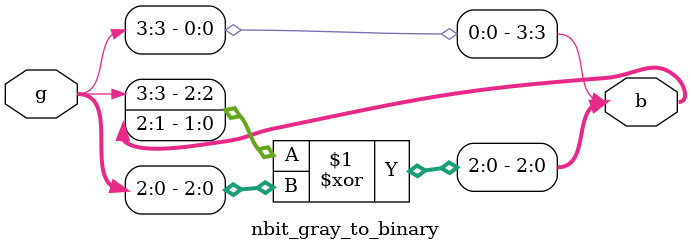
<source format=v>
module nbit_gray_to_binary(g,b);
   parameter N = 4;
   input [N-1:0]g;
   output [N-1:0]b;
   assign b = {g[N-1],b[N-1:1]^g[N-2:0]};
endmodule

</source>
